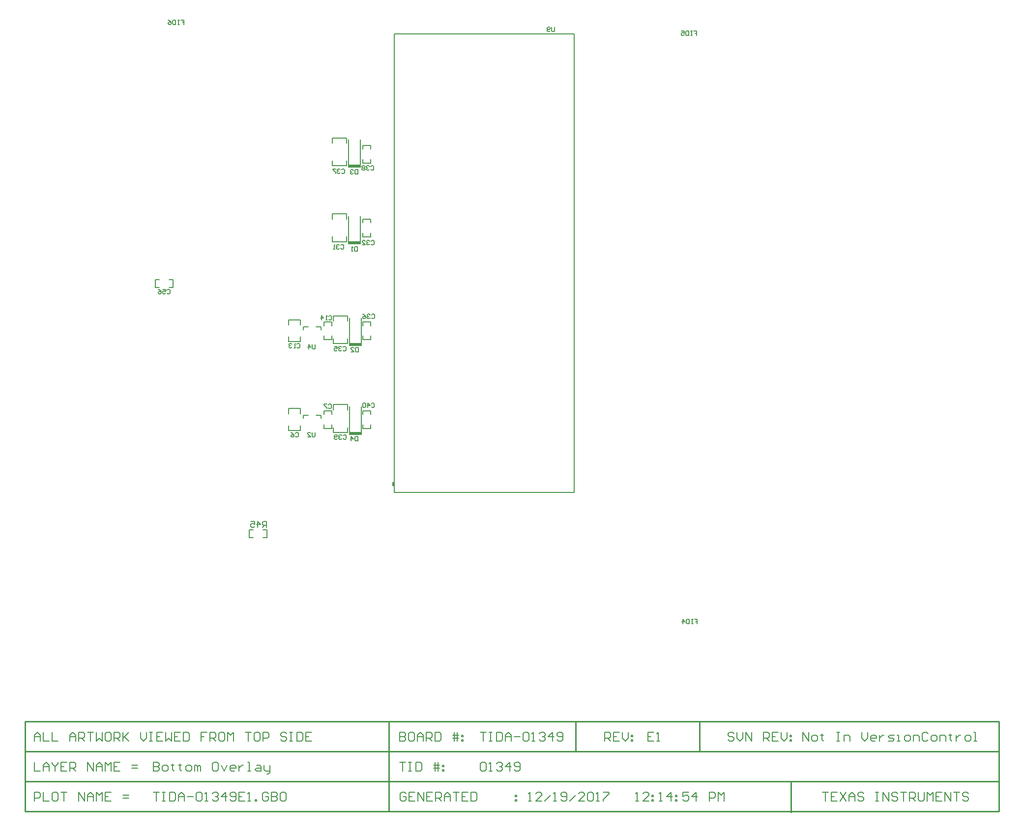
<source format=gbo>
G04 Layer_Color=9218505*
%FSAX25Y25*%
%MOIN*%
G70*
G01*
G75*
%ADD24C,0.01000*%
%ADD31C,0.00800*%
%ADD48C,0.00700*%
%ADD52C,0.00787*%
%ADD53C,0.00600*%
%ADD92R,0.08600X0.02000*%
%ADD93R,0.01575X0.02756*%
G54D24*
X0559400Y0039400D02*
Y0059683D01*
X0440500Y0040050D02*
X0700200D01*
Y0101050D01*
X0286500Y0040050D02*
Y0101050D01*
X0040000Y0040050D02*
Y0101050D01*
X0040050Y0040050D02*
X0197600D01*
X0040050D02*
Y0101050D01*
Y0101050D02*
X0700200D01*
X0040000Y0040050D02*
X0440500D01*
X0040000Y0060383D02*
X0700000D01*
X0040000Y0080717D02*
X0700200D01*
X0413200D02*
Y0101050D01*
X0497200Y0080717D02*
Y0101050D01*
G54D31*
X0126900Y0073549D02*
Y0067551D01*
X0129899D01*
X0130899Y0068550D01*
Y0069550D01*
X0129899Y0070550D01*
X0126900D01*
X0129899D01*
X0130899Y0071549D01*
Y0072549D01*
X0129899Y0073549D01*
X0126900D01*
X0133898Y0067551D02*
X0135897D01*
X0136897Y0068550D01*
Y0070550D01*
X0135897Y0071549D01*
X0133898D01*
X0132898Y0070550D01*
Y0068550D01*
X0133898Y0067551D01*
X0139896Y0072549D02*
Y0071549D01*
X0138896D01*
X0140895D01*
X0139896D01*
Y0068550D01*
X0140895Y0067551D01*
X0144894Y0072549D02*
Y0071549D01*
X0143895D01*
X0145894D01*
X0144894D01*
Y0068550D01*
X0145894Y0067551D01*
X0149893D02*
X0151892D01*
X0152892Y0068550D01*
Y0070550D01*
X0151892Y0071549D01*
X0149893D01*
X0148893Y0070550D01*
Y0068550D01*
X0149893Y0067551D01*
X0154891D02*
Y0071549D01*
X0155891D01*
X0156890Y0070550D01*
Y0067551D01*
Y0070550D01*
X0157890Y0071549D01*
X0158890Y0070550D01*
Y0067551D01*
X0169886Y0073549D02*
X0167887D01*
X0166887Y0072549D01*
Y0068550D01*
X0167887Y0067551D01*
X0169886D01*
X0170886Y0068550D01*
Y0072549D01*
X0169886Y0073549D01*
X0172885Y0071549D02*
X0174884Y0067551D01*
X0176884Y0071549D01*
X0181882Y0067551D02*
X0179883D01*
X0178883Y0068550D01*
Y0070550D01*
X0179883Y0071549D01*
X0181882D01*
X0182882Y0070550D01*
Y0069550D01*
X0178883D01*
X0184881Y0071549D02*
Y0067551D01*
Y0069550D01*
X0185881Y0070550D01*
X0186881Y0071549D01*
X0187880D01*
X0190879Y0067551D02*
X0192879D01*
X0191879D01*
Y0073549D01*
X0190879D01*
X0196877Y0071549D02*
X0198877D01*
X0199876Y0070550D01*
Y0067551D01*
X0196877D01*
X0195878Y0068550D01*
X0196877Y0069550D01*
X0199876D01*
X0201876Y0071549D02*
Y0068550D01*
X0202875Y0067551D01*
X0205874D01*
Y0066551D01*
X0204875Y0065551D01*
X0203875D01*
X0205874Y0067551D02*
Y0071549D01*
X0348550Y0072498D02*
X0349550Y0073498D01*
X0351549D01*
X0352549Y0072498D01*
Y0068500D01*
X0351549Y0067500D01*
X0349550D01*
X0348550Y0068500D01*
Y0072498D01*
X0354548Y0067500D02*
X0356547D01*
X0355548D01*
Y0073498D01*
X0354548Y0072498D01*
X0359546D02*
X0360546Y0073498D01*
X0362545D01*
X0363545Y0072498D01*
Y0071499D01*
X0362545Y0070499D01*
X0361546D01*
X0362545D01*
X0363545Y0069499D01*
Y0068500D01*
X0362545Y0067500D01*
X0360546D01*
X0359546Y0068500D01*
X0368544Y0067500D02*
Y0073498D01*
X0365545Y0070499D01*
X0369543D01*
X0371543Y0068500D02*
X0372542Y0067500D01*
X0374542D01*
X0375541Y0068500D01*
Y0072498D01*
X0374542Y0073498D01*
X0372542D01*
X0371543Y0072498D01*
Y0071499D01*
X0372542Y0070499D01*
X0375541D01*
X0294000Y0073498D02*
X0297999D01*
X0295999D01*
Y0067500D01*
X0299998Y0073498D02*
X0301997D01*
X0300998D01*
Y0067500D01*
X0299998D01*
X0301997D01*
X0304996Y0073498D02*
Y0067500D01*
X0307996D01*
X0308995Y0068500D01*
Y0072498D01*
X0307996Y0073498D01*
X0304996D01*
X0317992Y0067500D02*
Y0073498D01*
X0319992D02*
Y0067500D01*
X0316993Y0071499D02*
X0319992D01*
X0320991D01*
X0316993Y0069499D02*
X0320991D01*
X0322991Y0071499D02*
X0323990D01*
Y0070499D01*
X0322991D01*
Y0071499D01*
Y0068500D02*
X0323990D01*
Y0067500D01*
X0322991D01*
Y0068500D01*
X0580500Y0052965D02*
X0584499D01*
X0582499D01*
Y0046966D01*
X0590497Y0052965D02*
X0586498D01*
Y0046966D01*
X0590497D01*
X0586498Y0049966D02*
X0588497D01*
X0592496Y0052965D02*
X0596495Y0046966D01*
Y0052965D02*
X0592496Y0046966D01*
X0598494D02*
Y0050965D01*
X0600493Y0052965D01*
X0602493Y0050965D01*
Y0046966D01*
Y0049966D01*
X0598494D01*
X0608491Y0051965D02*
X0607491Y0052965D01*
X0605492D01*
X0604492Y0051965D01*
Y0050965D01*
X0605492Y0049966D01*
X0607491D01*
X0608491Y0048966D01*
Y0047966D01*
X0607491Y0046966D01*
X0605492D01*
X0604492Y0047966D01*
X0616488Y0052965D02*
X0618488D01*
X0617488D01*
Y0046966D01*
X0616488D01*
X0618488D01*
X0621487D02*
Y0052965D01*
X0625486Y0046966D01*
Y0052965D01*
X0631484Y0051965D02*
X0630484Y0052965D01*
X0628484D01*
X0627485Y0051965D01*
Y0050965D01*
X0628484Y0049966D01*
X0630484D01*
X0631484Y0048966D01*
Y0047966D01*
X0630484Y0046966D01*
X0628484D01*
X0627485Y0047966D01*
X0633483Y0052965D02*
X0637482D01*
X0635482D01*
Y0046966D01*
X0639481D02*
Y0052965D01*
X0642480D01*
X0643480Y0051965D01*
Y0049966D01*
X0642480Y0048966D01*
X0639481D01*
X0641480D02*
X0643480Y0046966D01*
X0645479Y0052965D02*
Y0047966D01*
X0646479Y0046966D01*
X0648478D01*
X0649478Y0047966D01*
Y0052965D01*
X0651477Y0046966D02*
Y0052965D01*
X0653476Y0050965D01*
X0655476Y0052965D01*
Y0046966D01*
X0661474Y0052965D02*
X0657475D01*
Y0046966D01*
X0661474D01*
X0657475Y0049966D02*
X0659474D01*
X0663473Y0046966D02*
Y0052965D01*
X0667472Y0046966D01*
Y0052965D01*
X0669471D02*
X0673470D01*
X0671471D01*
Y0046966D01*
X0679468Y0051965D02*
X0678468Y0052965D01*
X0676469D01*
X0675469Y0051965D01*
Y0050965D01*
X0676469Y0049966D01*
X0678468D01*
X0679468Y0048966D01*
Y0047966D01*
X0678468Y0046966D01*
X0676469D01*
X0675469Y0047966D01*
X0454050Y0046966D02*
X0456049D01*
X0455050D01*
Y0052965D01*
X0454050Y0051965D01*
X0463047Y0046966D02*
X0459048D01*
X0463047Y0050965D01*
Y0051965D01*
X0462047Y0052965D01*
X0460048D01*
X0459048Y0051965D01*
X0465046Y0050965D02*
X0466046D01*
Y0049966D01*
X0465046D01*
Y0050965D01*
Y0047966D02*
X0466046D01*
Y0046966D01*
X0465046D01*
Y0047966D01*
X0470045Y0046966D02*
X0472044D01*
X0471044D01*
Y0052965D01*
X0470045Y0051965D01*
X0478042Y0046966D02*
Y0052965D01*
X0475043Y0049966D01*
X0479042D01*
X0481041Y0050965D02*
X0482041D01*
Y0049966D01*
X0481041D01*
Y0050965D01*
Y0047966D02*
X0482041D01*
Y0046966D01*
X0481041D01*
Y0047966D01*
X0490038Y0052965D02*
X0486040D01*
Y0049966D01*
X0488039Y0050965D01*
X0489039D01*
X0490038Y0049966D01*
Y0047966D01*
X0489039Y0046966D01*
X0487039D01*
X0486040Y0047966D01*
X0495037Y0046966D02*
Y0052965D01*
X0492038Y0049966D01*
X0496036D01*
X0504034Y0046966D02*
Y0052965D01*
X0507033D01*
X0508033Y0051965D01*
Y0049966D01*
X0507033Y0048966D01*
X0504034D01*
X0510032Y0046966D02*
Y0052965D01*
X0512031Y0050965D01*
X0514031Y0052965D01*
Y0046966D01*
X0046350D02*
Y0052965D01*
X0049349D01*
X0050349Y0051965D01*
Y0049966D01*
X0049349Y0048966D01*
X0046350D01*
X0052348Y0052965D02*
Y0046966D01*
X0056347D01*
X0061345Y0052965D02*
X0059346D01*
X0058346Y0051965D01*
Y0047966D01*
X0059346Y0046966D01*
X0061345D01*
X0062345Y0047966D01*
Y0051965D01*
X0061345Y0052965D01*
X0064344D02*
X0068343D01*
X0066343D01*
Y0046966D01*
X0076340D02*
Y0052965D01*
X0080339Y0046966D01*
Y0052965D01*
X0082338Y0046966D02*
Y0050965D01*
X0084338Y0052965D01*
X0086337Y0050965D01*
Y0046966D01*
Y0049966D01*
X0082338D01*
X0088336Y0046966D02*
Y0052965D01*
X0090336Y0050965D01*
X0092335Y0052965D01*
Y0046966D01*
X0098333Y0052965D02*
X0094335D01*
Y0046966D01*
X0098333D01*
X0094335Y0049966D02*
X0096334D01*
X0106331Y0048966D02*
X0110329D01*
X0106331Y0050965D02*
X0110329D01*
X0046350Y0073549D02*
Y0067551D01*
X0050349D01*
X0052348D02*
Y0071549D01*
X0054347Y0073549D01*
X0056347Y0071549D01*
Y0067551D01*
Y0070550D01*
X0052348D01*
X0058346Y0073549D02*
Y0072549D01*
X0060346Y0070550D01*
X0062345Y0072549D01*
Y0073549D01*
X0060346Y0070550D02*
Y0067551D01*
X0068343Y0073549D02*
X0064344D01*
Y0067551D01*
X0068343D01*
X0064344Y0070550D02*
X0066343D01*
X0070342Y0067551D02*
Y0073549D01*
X0073341D01*
X0074341Y0072549D01*
Y0070550D01*
X0073341Y0069550D01*
X0070342D01*
X0072342D02*
X0074341Y0067551D01*
X0082338D02*
Y0073549D01*
X0086337Y0067551D01*
Y0073549D01*
X0088336Y0067551D02*
Y0071549D01*
X0090336Y0073549D01*
X0092335Y0071549D01*
Y0067551D01*
Y0070550D01*
X0088336D01*
X0094335Y0067551D02*
Y0073549D01*
X0096334Y0071549D01*
X0098333Y0073549D01*
Y0067551D01*
X0104331Y0073549D02*
X0100332D01*
Y0067551D01*
X0104331D01*
X0100332Y0070550D02*
X0102332D01*
X0112329Y0069550D02*
X0116327D01*
X0112329Y0071549D02*
X0116327D01*
X0294000Y0093831D02*
Y0087833D01*
X0296999D01*
X0297999Y0088833D01*
Y0089833D01*
X0296999Y0090832D01*
X0294000D01*
X0296999D01*
X0297999Y0091832D01*
Y0092832D01*
X0296999Y0093831D01*
X0294000D01*
X0302997D02*
X0300998D01*
X0299998Y0092832D01*
Y0088833D01*
X0300998Y0087833D01*
X0302997D01*
X0303997Y0088833D01*
Y0092832D01*
X0302997Y0093831D01*
X0305996Y0087833D02*
Y0091832D01*
X0307996Y0093831D01*
X0309995Y0091832D01*
Y0087833D01*
Y0090832D01*
X0305996D01*
X0311994Y0087833D02*
Y0093831D01*
X0314993D01*
X0315993Y0092832D01*
Y0090832D01*
X0314993Y0089833D01*
X0311994D01*
X0313994D02*
X0315993Y0087833D01*
X0317992Y0093831D02*
Y0087833D01*
X0320991D01*
X0321991Y0088833D01*
Y0092832D01*
X0320991Y0093831D01*
X0317992D01*
X0330988Y0087833D02*
Y0093831D01*
X0332987D02*
Y0087833D01*
X0329988Y0091832D02*
X0332987D01*
X0333987D01*
X0329988Y0089833D02*
X0333987D01*
X0335986Y0091832D02*
X0336986D01*
Y0090832D01*
X0335986D01*
Y0091832D01*
Y0088833D02*
X0336986D01*
Y0087833D01*
X0335986D01*
Y0088833D01*
X0348550Y0093831D02*
X0352549D01*
X0350549D01*
Y0087833D01*
X0354548Y0093831D02*
X0356547D01*
X0355548D01*
Y0087833D01*
X0354548D01*
X0356547D01*
X0359546Y0093831D02*
Y0087833D01*
X0362545D01*
X0363545Y0088833D01*
Y0092832D01*
X0362545Y0093831D01*
X0359546D01*
X0365545Y0087833D02*
Y0091832D01*
X0367544Y0093831D01*
X0369543Y0091832D01*
Y0087833D01*
Y0090832D01*
X0365545D01*
X0371543D02*
X0375541D01*
X0377541Y0092832D02*
X0378540Y0093831D01*
X0380540D01*
X0381539Y0092832D01*
Y0088833D01*
X0380540Y0087833D01*
X0378540D01*
X0377541Y0088833D01*
Y0092832D01*
X0383539Y0087833D02*
X0385538D01*
X0384538D01*
Y0093831D01*
X0383539Y0092832D01*
X0388537D02*
X0389537Y0093831D01*
X0391536D01*
X0392536Y0092832D01*
Y0091832D01*
X0391536Y0090832D01*
X0390536D01*
X0391536D01*
X0392536Y0089833D01*
Y0088833D01*
X0391536Y0087833D01*
X0389537D01*
X0388537Y0088833D01*
X0397534Y0087833D02*
Y0093831D01*
X0394535Y0090832D01*
X0398534D01*
X0400533Y0088833D02*
X0401533Y0087833D01*
X0403532D01*
X0404532Y0088833D01*
Y0092832D01*
X0403532Y0093831D01*
X0401533D01*
X0400533Y0092832D01*
Y0091832D01*
X0401533Y0090832D01*
X0404532D01*
X0466149Y0093831D02*
X0462150D01*
Y0087833D01*
X0466149D01*
X0462150Y0090832D02*
X0464149D01*
X0468148Y0087833D02*
X0470147D01*
X0469148D01*
Y0093831D01*
X0468148Y0092832D01*
X0046350Y0087833D02*
Y0091832D01*
X0048349Y0093831D01*
X0050349Y0091832D01*
Y0087833D01*
Y0090832D01*
X0046350D01*
X0052348Y0093831D02*
Y0087833D01*
X0056347D01*
X0058346Y0093831D02*
Y0087833D01*
X0062345D01*
X0070342D02*
Y0091832D01*
X0072342Y0093831D01*
X0074341Y0091832D01*
Y0087833D01*
Y0090832D01*
X0070342D01*
X0076340Y0087833D02*
Y0093831D01*
X0079339D01*
X0080339Y0092832D01*
Y0090832D01*
X0079339Y0089833D01*
X0076340D01*
X0078340D02*
X0080339Y0087833D01*
X0082338Y0093831D02*
X0086337D01*
X0084338D01*
Y0087833D01*
X0088336Y0093831D02*
Y0087833D01*
X0090336Y0089833D01*
X0092335Y0087833D01*
Y0093831D01*
X0097334D02*
X0095334D01*
X0094335Y0092832D01*
Y0088833D01*
X0095334Y0087833D01*
X0097334D01*
X0098333Y0088833D01*
Y0092832D01*
X0097334Y0093831D01*
X0100332Y0087833D02*
Y0093831D01*
X0103332D01*
X0104331Y0092832D01*
Y0090832D01*
X0103332Y0089833D01*
X0100332D01*
X0102332D02*
X0104331Y0087833D01*
X0106331Y0093831D02*
Y0087833D01*
Y0089833D01*
X0110329Y0093831D01*
X0107330Y0090832D01*
X0110329Y0087833D01*
X0118327Y0093831D02*
Y0089833D01*
X0120326Y0087833D01*
X0122325Y0089833D01*
Y0093831D01*
X0124325D02*
X0126324D01*
X0125324D01*
Y0087833D01*
X0124325D01*
X0126324D01*
X0133322Y0093831D02*
X0129323D01*
Y0087833D01*
X0133322D01*
X0129323Y0090832D02*
X0131323D01*
X0135321Y0093831D02*
Y0087833D01*
X0137321Y0089833D01*
X0139320Y0087833D01*
Y0093831D01*
X0145318D02*
X0141319D01*
Y0087833D01*
X0145318D01*
X0141319Y0090832D02*
X0143319D01*
X0147317Y0093831D02*
Y0087833D01*
X0150316D01*
X0151316Y0088833D01*
Y0092832D01*
X0150316Y0093831D01*
X0147317D01*
X0163312D02*
X0159313D01*
Y0090832D01*
X0161313D01*
X0159313D01*
Y0087833D01*
X0165312D02*
Y0093831D01*
X0168310D01*
X0169310Y0092832D01*
Y0090832D01*
X0168310Y0089833D01*
X0165312D01*
X0167311D02*
X0169310Y0087833D01*
X0174309Y0093831D02*
X0172309D01*
X0171310Y0092832D01*
Y0088833D01*
X0172309Y0087833D01*
X0174309D01*
X0175308Y0088833D01*
Y0092832D01*
X0174309Y0093831D01*
X0177308Y0087833D02*
Y0093831D01*
X0179307Y0091832D01*
X0181306Y0093831D01*
Y0087833D01*
X0189304Y0093831D02*
X0193303D01*
X0191303D01*
Y0087833D01*
X0198301Y0093831D02*
X0196301D01*
X0195302Y0092832D01*
Y0088833D01*
X0196301Y0087833D01*
X0198301D01*
X0199301Y0088833D01*
Y0092832D01*
X0198301Y0093831D01*
X0201300Y0087833D02*
Y0093831D01*
X0204299D01*
X0205299Y0092832D01*
Y0090832D01*
X0204299Y0089833D01*
X0201300D01*
X0217295Y0092832D02*
X0216295Y0093831D01*
X0214296D01*
X0213296Y0092832D01*
Y0091832D01*
X0214296Y0090832D01*
X0216295D01*
X0217295Y0089833D01*
Y0088833D01*
X0216295Y0087833D01*
X0214296D01*
X0213296Y0088833D01*
X0219294Y0093831D02*
X0221293D01*
X0220294D01*
Y0087833D01*
X0219294D01*
X0221293D01*
X0224292Y0093831D02*
Y0087833D01*
X0227291D01*
X0228291Y0088833D01*
Y0092832D01*
X0227291Y0093831D01*
X0224292D01*
X0234289D02*
X0230291D01*
Y0087833D01*
X0234289D01*
X0230291Y0090832D02*
X0232290D01*
X0298199Y0051965D02*
X0297199Y0052965D01*
X0295200D01*
X0294200Y0051965D01*
Y0047966D01*
X0295200Y0046966D01*
X0297199D01*
X0298199Y0047966D01*
Y0049966D01*
X0296199D01*
X0304197Y0052965D02*
X0300198D01*
Y0046966D01*
X0304197D01*
X0300198Y0049966D02*
X0302197D01*
X0306196Y0046966D02*
Y0052965D01*
X0310195Y0046966D01*
Y0052965D01*
X0316193D02*
X0312194D01*
Y0046966D01*
X0316193D01*
X0312194Y0049966D02*
X0314194D01*
X0318192Y0046966D02*
Y0052965D01*
X0321191D01*
X0322191Y0051965D01*
Y0049966D01*
X0321191Y0048966D01*
X0318192D01*
X0320192D02*
X0322191Y0046966D01*
X0324190D02*
Y0050965D01*
X0326190Y0052965D01*
X0328189Y0050965D01*
Y0046966D01*
Y0049966D01*
X0324190D01*
X0330188Y0052965D02*
X0334187D01*
X0332188D01*
Y0046966D01*
X0340185Y0052965D02*
X0336186D01*
Y0046966D01*
X0340185D01*
X0336186Y0049966D02*
X0338186D01*
X0342184Y0052965D02*
Y0046966D01*
X0345183D01*
X0346183Y0047966D01*
Y0051965D01*
X0345183Y0052965D01*
X0342184D01*
X0372175Y0050965D02*
X0373175D01*
Y0049966D01*
X0372175D01*
Y0050965D01*
Y0047966D02*
X0373175D01*
Y0046966D01*
X0372175D01*
Y0047966D01*
X0381150Y0046966D02*
X0383149D01*
X0382150D01*
Y0052965D01*
X0381150Y0051965D01*
X0390147Y0046966D02*
X0386148D01*
X0390147Y0050965D01*
Y0051965D01*
X0389147Y0052965D01*
X0387148D01*
X0386148Y0051965D01*
X0392146Y0046966D02*
X0396145Y0050965D01*
X0398145Y0046966D02*
X0400144D01*
X0399144D01*
Y0052965D01*
X0398145Y0051965D01*
X0403143Y0047966D02*
X0404143Y0046966D01*
X0406142D01*
X0407142Y0047966D01*
Y0051965D01*
X0406142Y0052965D01*
X0404143D01*
X0403143Y0051965D01*
Y0050965D01*
X0404143Y0049966D01*
X0407142D01*
X0409141Y0046966D02*
X0413140Y0050965D01*
X0419138Y0046966D02*
X0415139D01*
X0419138Y0050965D01*
Y0051965D01*
X0418138Y0052965D01*
X0416139D01*
X0415139Y0051965D01*
X0421137D02*
X0422137Y0052965D01*
X0424136D01*
X0425136Y0051965D01*
Y0047966D01*
X0424136Y0046966D01*
X0422137D01*
X0421137Y0047966D01*
Y0051965D01*
X0427135Y0046966D02*
X0429135D01*
X0428135D01*
Y0052965D01*
X0427135Y0051965D01*
X0432133Y0052965D02*
X0436132D01*
Y0051965D01*
X0432133Y0047966D01*
Y0046966D01*
X0126900Y0052965D02*
X0130899D01*
X0128899D01*
Y0046966D01*
X0132898Y0052965D02*
X0134897D01*
X0133898D01*
Y0046966D01*
X0132898D01*
X0134897D01*
X0137896Y0052965D02*
Y0046966D01*
X0140895D01*
X0141895Y0047966D01*
Y0051965D01*
X0140895Y0052965D01*
X0137896D01*
X0143895Y0046966D02*
Y0050965D01*
X0145894Y0052965D01*
X0147893Y0050965D01*
Y0046966D01*
Y0049966D01*
X0143895D01*
X0149893D02*
X0153891D01*
X0155891Y0051965D02*
X0156890Y0052965D01*
X0158890D01*
X0159889Y0051965D01*
Y0047966D01*
X0158890Y0046966D01*
X0156890D01*
X0155891Y0047966D01*
Y0051965D01*
X0161889Y0046966D02*
X0163888D01*
X0162888D01*
Y0052965D01*
X0161889Y0051965D01*
X0166887D02*
X0167887Y0052965D01*
X0169886D01*
X0170886Y0051965D01*
Y0050965D01*
X0169886Y0049966D01*
X0168886D01*
X0169886D01*
X0170886Y0048966D01*
Y0047966D01*
X0169886Y0046966D01*
X0167887D01*
X0166887Y0047966D01*
X0175884Y0046966D02*
Y0052965D01*
X0172885Y0049966D01*
X0176884D01*
X0178883Y0047966D02*
X0179883Y0046966D01*
X0181882D01*
X0182882Y0047966D01*
Y0051965D01*
X0181882Y0052965D01*
X0179883D01*
X0178883Y0051965D01*
Y0050965D01*
X0179883Y0049966D01*
X0182882D01*
X0188880Y0052965D02*
X0184881D01*
Y0046966D01*
X0188880D01*
X0184881Y0049966D02*
X0186881D01*
X0190879Y0046966D02*
X0192879D01*
X0191879D01*
Y0052965D01*
X0190879Y0051965D01*
X0195878Y0046966D02*
Y0047966D01*
X0196877D01*
Y0046966D01*
X0195878D01*
X0204875Y0051965D02*
X0203875Y0052965D01*
X0201876D01*
X0200876Y0051965D01*
Y0047966D01*
X0201876Y0046966D01*
X0203875D01*
X0204875Y0047966D01*
Y0049966D01*
X0202875D01*
X0206874Y0052965D02*
Y0046966D01*
X0209873D01*
X0210873Y0047966D01*
Y0048966D01*
X0209873Y0049966D01*
X0206874D01*
X0209873D01*
X0210873Y0050965D01*
Y0051965D01*
X0209873Y0052965D01*
X0206874D01*
X0215871D02*
X0213872D01*
X0212872Y0051965D01*
Y0047966D01*
X0213872Y0046966D01*
X0215871D01*
X0216871Y0047966D01*
Y0051965D01*
X0215871Y0052965D01*
X0433000Y0087833D02*
Y0093831D01*
X0435999D01*
X0436999Y0092832D01*
Y0090832D01*
X0435999Y0089833D01*
X0433000D01*
X0434999D02*
X0436999Y0087833D01*
X0442997Y0093831D02*
X0438998D01*
Y0087833D01*
X0442997D01*
X0438998Y0090832D02*
X0440997D01*
X0444996Y0093831D02*
Y0089833D01*
X0446995Y0087833D01*
X0448995Y0089833D01*
Y0093831D01*
X0450994Y0091832D02*
X0451994D01*
Y0090832D01*
X0450994D01*
Y0091832D01*
Y0088833D02*
X0451994D01*
Y0087833D01*
X0450994D01*
Y0088833D01*
X0520799Y0092832D02*
X0519799Y0093831D01*
X0517800D01*
X0516800Y0092832D01*
Y0091832D01*
X0517800Y0090832D01*
X0519799D01*
X0520799Y0089833D01*
Y0088833D01*
X0519799Y0087833D01*
X0517800D01*
X0516800Y0088833D01*
X0522798Y0093831D02*
Y0089833D01*
X0524797Y0087833D01*
X0526797Y0089833D01*
Y0093831D01*
X0528796Y0087833D02*
Y0093831D01*
X0532795Y0087833D01*
Y0093831D01*
X0540792Y0087833D02*
Y0093831D01*
X0543791D01*
X0544791Y0092832D01*
Y0090832D01*
X0543791Y0089833D01*
X0540792D01*
X0542792D02*
X0544791Y0087833D01*
X0550789Y0093831D02*
X0546790D01*
Y0087833D01*
X0550789D01*
X0546790Y0090832D02*
X0548790D01*
X0552788Y0093831D02*
Y0089833D01*
X0554788Y0087833D01*
X0556787Y0089833D01*
Y0093831D01*
X0558786Y0091832D02*
X0559786D01*
Y0090832D01*
X0558786D01*
Y0091832D01*
Y0088833D02*
X0559786D01*
Y0087833D01*
X0558786D01*
Y0088833D01*
X0567400Y0087833D02*
Y0093831D01*
X0571399Y0087833D01*
Y0093831D01*
X0574398Y0087833D02*
X0576397D01*
X0577397Y0088833D01*
Y0090832D01*
X0576397Y0091832D01*
X0574398D01*
X0573398Y0090832D01*
Y0088833D01*
X0574398Y0087833D01*
X0580396Y0092832D02*
Y0091832D01*
X0579396D01*
X0581395D01*
X0580396D01*
Y0088833D01*
X0581395Y0087833D01*
X0590393Y0093831D02*
X0592392D01*
X0591392D01*
Y0087833D01*
X0590393D01*
X0592392D01*
X0595391D02*
Y0091832D01*
X0598390D01*
X0599390Y0090832D01*
Y0087833D01*
X0607387Y0093831D02*
Y0089833D01*
X0609386Y0087833D01*
X0611386Y0089833D01*
Y0093831D01*
X0616384Y0087833D02*
X0614385D01*
X0613385Y0088833D01*
Y0090832D01*
X0614385Y0091832D01*
X0616384D01*
X0617384Y0090832D01*
Y0089833D01*
X0613385D01*
X0619383Y0091832D02*
Y0087833D01*
Y0089833D01*
X0620383Y0090832D01*
X0621383Y0091832D01*
X0622382D01*
X0625381Y0087833D02*
X0628380D01*
X0629380Y0088833D01*
X0628380Y0089833D01*
X0626381D01*
X0625381Y0090832D01*
X0626381Y0091832D01*
X0629380D01*
X0631379Y0087833D02*
X0633379D01*
X0632379D01*
Y0091832D01*
X0631379D01*
X0637377Y0087833D02*
X0639377D01*
X0640376Y0088833D01*
Y0090832D01*
X0639377Y0091832D01*
X0637377D01*
X0636378Y0090832D01*
Y0088833D01*
X0637377Y0087833D01*
X0642376D02*
Y0091832D01*
X0645375D01*
X0646374Y0090832D01*
Y0087833D01*
X0652373Y0092832D02*
X0651373Y0093831D01*
X0649373D01*
X0648374Y0092832D01*
Y0088833D01*
X0649373Y0087833D01*
X0651373D01*
X0652373Y0088833D01*
X0655372Y0087833D02*
X0657371D01*
X0658371Y0088833D01*
Y0090832D01*
X0657371Y0091832D01*
X0655372D01*
X0654372Y0090832D01*
Y0088833D01*
X0655372Y0087833D01*
X0660370D02*
Y0091832D01*
X0663369D01*
X0664369Y0090832D01*
Y0087833D01*
X0667368Y0092832D02*
Y0091832D01*
X0666368D01*
X0668367D01*
X0667368D01*
Y0088833D01*
X0668367Y0087833D01*
X0671366Y0091832D02*
Y0087833D01*
Y0089833D01*
X0672366Y0090832D01*
X0673366Y0091832D01*
X0674365D01*
X0678364Y0087833D02*
X0680364D01*
X0681363Y0088833D01*
Y0090832D01*
X0680364Y0091832D01*
X0678364D01*
X0677364Y0090832D01*
Y0088833D01*
X0678364Y0087833D01*
X0683362D02*
X0685362D01*
X0684362D01*
Y0093831D01*
X0683362D01*
G54D48*
X0128232Y0400796D02*
X0130830D01*
X0128232Y0395349D02*
Y0400796D01*
Y0395349D02*
X0130830D01*
X0137630D02*
X0140228D01*
Y0400796D01*
X0137630D02*
X0140228D01*
X0191903Y0225673D02*
X0194501D01*
X0191903D02*
Y0231120D01*
X0194501D01*
X0201301D02*
X0203899D01*
Y0225673D02*
Y0231120D01*
X0201301Y0225673D02*
X0203899D01*
X0218700Y0309900D02*
Y0313300D01*
X0222700D01*
X0226700D01*
Y0309900D02*
Y0313300D01*
Y0298500D02*
Y0301900D01*
X0222700Y0298500D02*
X0226700D01*
X0218700D02*
X0222700D01*
X0218700D02*
Y0301900D01*
X0242473Y0309300D02*
Y0311898D01*
X0247920D01*
Y0309300D02*
Y0311898D01*
Y0299902D02*
Y0302500D01*
X0242473Y0299902D02*
X0247920D01*
X0242473D02*
Y0302500D01*
X0249036Y0312405D02*
Y0315949D01*
X0258564D01*
Y0312405D02*
Y0315949D01*
Y0297051D02*
Y0300594D01*
X0249036Y0297051D02*
X0258564D01*
X0249036D02*
Y0300594D01*
X0274427Y0299902D02*
Y0302500D01*
X0268980Y0299902D02*
X0274427D01*
X0268980D02*
Y0302500D01*
Y0309300D02*
Y0311898D01*
X0274427D01*
Y0309300D02*
Y0311898D01*
X0242473Y0369568D02*
Y0372167D01*
X0247920D01*
Y0369568D02*
Y0372167D01*
Y0360170D02*
Y0362769D01*
X0242473Y0360170D02*
X0247920D01*
X0242473D02*
Y0362769D01*
X0249036Y0372674D02*
Y0376217D01*
X0258564D01*
Y0372674D02*
Y0376217D01*
Y0357320D02*
Y0360863D01*
X0249036Y0357320D02*
X0258564D01*
X0249036D02*
Y0360863D01*
X0259950Y0356368D02*
Y0374894D01*
X0267850Y0356368D02*
Y0374894D01*
X0274427Y0360170D02*
Y0362769D01*
X0268980Y0360170D02*
X0274427D01*
X0268980D02*
Y0362769D01*
Y0369568D02*
Y0372167D01*
X0274427D01*
Y0369568D02*
Y0372167D01*
X0248436Y0441806D02*
Y0445349D01*
X0257964D01*
Y0441806D02*
Y0445349D01*
Y0426451D02*
Y0429994D01*
X0248436Y0426451D02*
X0257964D01*
X0248436D02*
Y0429994D01*
X0259250Y0425300D02*
Y0443825D01*
X0267150Y0425300D02*
Y0443825D01*
X0274427Y0429902D02*
Y0432500D01*
X0268980Y0429902D02*
X0274427D01*
X0268980D02*
Y0432500D01*
Y0439300D02*
Y0441898D01*
X0274427D01*
Y0439300D02*
Y0441898D01*
X0248436Y0493305D02*
Y0496849D01*
X0257964D01*
Y0493305D02*
Y0496849D01*
Y0477951D02*
Y0481495D01*
X0248436Y0477951D02*
X0257964D01*
X0248436D02*
Y0481495D01*
X0259250Y0477300D02*
Y0495825D01*
X0267150Y0477300D02*
Y0495825D01*
X0274427Y0479902D02*
Y0482500D01*
X0268980Y0479902D02*
X0274427D01*
X0268980D02*
Y0482500D01*
Y0489300D02*
Y0491898D01*
X0274427D01*
Y0489300D02*
Y0491898D01*
X0259950Y0296100D02*
Y0314625D01*
X0267850Y0296100D02*
Y0314625D01*
X0218700Y0370168D02*
Y0373569D01*
X0222700D01*
X0226700D01*
Y0370168D02*
Y0373569D01*
Y0358769D02*
Y0362169D01*
X0222700Y0358769D02*
X0226700D01*
X0218700D02*
X0222700D01*
X0218700D02*
Y0362169D01*
X0203600Y0232700D02*
Y0236699D01*
X0201601D01*
X0200934Y0236032D01*
Y0234699D01*
X0201601Y0234033D01*
X0203600D01*
X0202267D02*
X0200934Y0232700D01*
X0197602D02*
Y0236699D01*
X0199601Y0234699D01*
X0196935D01*
X0192937Y0236699D02*
X0195603D01*
Y0234699D01*
X0194270Y0235366D01*
X0193603D01*
X0192937Y0234699D01*
Y0233366D01*
X0193603Y0232700D01*
X0194936D01*
X0195603Y0233366D01*
G54D52*
X0240605Y0306687D02*
Y0308656D01*
X0237456D02*
X0240605D01*
X0228795Y0306687D02*
Y0308656D01*
X0231944D01*
X0240605Y0366756D02*
Y0368724D01*
X0237456D02*
X0240605D01*
X0228795Y0366756D02*
Y0368724D01*
X0231944D01*
X0412330Y0256569D02*
Y0567593D01*
X0290283Y0256569D02*
Y0567593D01*
X0412330D01*
X0290283Y0256569D02*
X0412330D01*
G54D53*
X0236700Y0356699D02*
Y0354200D01*
X0236200Y0353700D01*
X0235201D01*
X0234701Y0354200D01*
Y0356699D01*
X0232202Y0353700D02*
Y0356699D01*
X0233701Y0355200D01*
X0231702D01*
X0236600Y0297199D02*
Y0294700D01*
X0236100Y0294200D01*
X0235101D01*
X0234601Y0294700D01*
Y0297199D01*
X0231602Y0294200D02*
X0233601D01*
X0231602Y0296199D01*
Y0296699D01*
X0232101Y0297199D01*
X0233101D01*
X0233601Y0296699D01*
X0145469Y0576899D02*
X0147468D01*
Y0575399D01*
X0146469D01*
X0147468D01*
Y0573900D01*
X0144469Y0576899D02*
X0143470D01*
X0143970D01*
Y0573900D01*
X0144469D01*
X0143470D01*
X0141970Y0576899D02*
Y0573900D01*
X0140471D01*
X0139971Y0574400D01*
Y0576399D01*
X0140471Y0576899D01*
X0141970D01*
X0136972D02*
X0137972Y0576399D01*
X0138971Y0575399D01*
Y0574400D01*
X0138471Y0573900D01*
X0137472D01*
X0136972Y0574400D01*
Y0574900D01*
X0137472Y0575399D01*
X0138971D01*
X0493301Y0569399D02*
X0495300D01*
Y0567900D01*
X0494300D01*
X0495300D01*
Y0566400D01*
X0492301Y0569399D02*
X0491301D01*
X0491801D01*
Y0566400D01*
X0492301D01*
X0491301D01*
X0489802Y0569399D02*
Y0566400D01*
X0488302D01*
X0487802Y0566900D01*
Y0568899D01*
X0488302Y0569399D01*
X0489802D01*
X0484803D02*
X0486803D01*
Y0567900D01*
X0485803Y0568399D01*
X0485303D01*
X0484803Y0567900D01*
Y0566900D01*
X0485303Y0566400D01*
X0486303D01*
X0486803Y0566900D01*
X0493801Y0170399D02*
X0495800D01*
Y0168900D01*
X0494800D01*
X0495800D01*
Y0167400D01*
X0492801Y0170399D02*
X0491801D01*
X0492301D01*
Y0167400D01*
X0492801D01*
X0491801D01*
X0490302Y0170399D02*
Y0167400D01*
X0488802D01*
X0488302Y0167900D01*
Y0169899D01*
X0488802Y0170399D01*
X0490302D01*
X0485803Y0167400D02*
Y0170399D01*
X0487303Y0168900D01*
X0485303D01*
X0265600Y0294399D02*
Y0291400D01*
X0264101D01*
X0263601Y0291900D01*
Y0293899D01*
X0264101Y0294399D01*
X0265600D01*
X0261102Y0291400D02*
Y0294399D01*
X0262601Y0292899D01*
X0260602D01*
X0265500Y0475299D02*
Y0472300D01*
X0264001D01*
X0263501Y0472800D01*
Y0474799D01*
X0264001Y0475299D01*
X0265500D01*
X0262501Y0474799D02*
X0262001Y0475299D01*
X0261001D01*
X0260502Y0474799D01*
Y0474299D01*
X0261001Y0473800D01*
X0261501D01*
X0261001D01*
X0260502Y0473300D01*
Y0472800D01*
X0261001Y0472300D01*
X0262001D01*
X0262501Y0472800D01*
X0265900Y0354899D02*
Y0351900D01*
X0264401D01*
X0263901Y0352400D01*
Y0354399D01*
X0264401Y0354899D01*
X0265900D01*
X0260902Y0351900D02*
X0262901D01*
X0260902Y0353899D01*
Y0354399D01*
X0261402Y0354899D01*
X0262401D01*
X0262901Y0354399D01*
X0265200Y0423099D02*
Y0420100D01*
X0263701D01*
X0263201Y0420600D01*
Y0422599D01*
X0263701Y0423099D01*
X0265200D01*
X0262201Y0420100D02*
X0261201D01*
X0261701D01*
Y0423099D01*
X0262201Y0422599D01*
X0274801Y0316599D02*
X0275301Y0317099D01*
X0276300D01*
X0276800Y0316599D01*
Y0314600D01*
X0276300Y0314100D01*
X0275301D01*
X0274801Y0314600D01*
X0272302Y0314100D02*
Y0317099D01*
X0273801Y0315599D01*
X0271802D01*
X0270802Y0316599D02*
X0270302Y0317099D01*
X0269302D01*
X0268803Y0316599D01*
Y0314600D01*
X0269302Y0314100D01*
X0270302D01*
X0270802Y0314600D01*
Y0316599D01*
X0255701Y0295099D02*
X0256201Y0295599D01*
X0257200D01*
X0257700Y0295099D01*
Y0293100D01*
X0257200Y0292600D01*
X0256201D01*
X0255701Y0293100D01*
X0254701Y0295099D02*
X0254201Y0295599D01*
X0253202D01*
X0252702Y0295099D01*
Y0294599D01*
X0253202Y0294099D01*
X0253701D01*
X0253202D01*
X0252702Y0293600D01*
Y0293100D01*
X0253202Y0292600D01*
X0254201D01*
X0254701Y0293100D01*
X0251702D02*
X0251202Y0292600D01*
X0250202D01*
X0249703Y0293100D01*
Y0295099D01*
X0250202Y0295599D01*
X0251202D01*
X0251702Y0295099D01*
Y0294599D01*
X0251202Y0294099D01*
X0249703D01*
X0274401Y0477599D02*
X0274901Y0478099D01*
X0275900D01*
X0276400Y0477599D01*
Y0475600D01*
X0275900Y0475100D01*
X0274901D01*
X0274401Y0475600D01*
X0273401Y0477599D02*
X0272901Y0478099D01*
X0271901D01*
X0271402Y0477599D01*
Y0477099D01*
X0271901Y0476600D01*
X0272401D01*
X0271901D01*
X0271402Y0476100D01*
Y0475600D01*
X0271901Y0475100D01*
X0272901D01*
X0273401Y0475600D01*
X0270402Y0477599D02*
X0269902Y0478099D01*
X0268902D01*
X0268403Y0477599D01*
Y0477099D01*
X0268902Y0476600D01*
X0268403Y0476100D01*
Y0475600D01*
X0268902Y0475100D01*
X0269902D01*
X0270402Y0475600D01*
Y0476100D01*
X0269902Y0476600D01*
X0270402Y0477099D01*
Y0477599D01*
X0269902Y0476600D02*
X0268902D01*
X0254501Y0475399D02*
X0255000Y0475899D01*
X0256000D01*
X0256500Y0475399D01*
Y0473400D01*
X0256000Y0472900D01*
X0255000D01*
X0254501Y0473400D01*
X0253501Y0475399D02*
X0253001Y0475899D01*
X0252002D01*
X0251502Y0475399D01*
Y0474899D01*
X0252002Y0474400D01*
X0252501D01*
X0252002D01*
X0251502Y0473900D01*
Y0473400D01*
X0252002Y0472900D01*
X0253001D01*
X0253501Y0473400D01*
X0250502Y0475899D02*
X0248503D01*
Y0475399D01*
X0250502Y0473400D01*
Y0472900D01*
X0274901Y0376899D02*
X0275400Y0377399D01*
X0276400D01*
X0276900Y0376899D01*
Y0374900D01*
X0276400Y0374400D01*
X0275400D01*
X0274901Y0374900D01*
X0273901Y0376899D02*
X0273401Y0377399D01*
X0272401D01*
X0271902Y0376899D01*
Y0376399D01*
X0272401Y0375900D01*
X0272901D01*
X0272401D01*
X0271902Y0375400D01*
Y0374900D01*
X0272401Y0374400D01*
X0273401D01*
X0273901Y0374900D01*
X0268903Y0377399D02*
X0269902Y0376899D01*
X0270902Y0375900D01*
Y0374900D01*
X0270402Y0374400D01*
X0269402D01*
X0268903Y0374900D01*
Y0375400D01*
X0269402Y0375900D01*
X0270902D01*
X0255501Y0355099D02*
X0256000Y0355599D01*
X0257000D01*
X0257500Y0355099D01*
Y0353100D01*
X0257000Y0352600D01*
X0256000D01*
X0255501Y0353100D01*
X0254501Y0355099D02*
X0254001Y0355599D01*
X0253001D01*
X0252502Y0355099D01*
Y0354599D01*
X0253001Y0354099D01*
X0253501D01*
X0253001D01*
X0252502Y0353600D01*
Y0353100D01*
X0253001Y0352600D01*
X0254001D01*
X0254501Y0353100D01*
X0249503Y0355599D02*
X0251502D01*
Y0354099D01*
X0250502Y0354599D01*
X0250002D01*
X0249503Y0354099D01*
Y0353100D01*
X0250002Y0352600D01*
X0251002D01*
X0251502Y0353100D01*
X0274501Y0426899D02*
X0275001Y0427399D01*
X0276000D01*
X0276500Y0426899D01*
Y0424900D01*
X0276000Y0424400D01*
X0275001D01*
X0274501Y0424900D01*
X0273501Y0426899D02*
X0273001Y0427399D01*
X0272002D01*
X0271502Y0426899D01*
Y0426399D01*
X0272002Y0425900D01*
X0272501D01*
X0272002D01*
X0271502Y0425400D01*
Y0424900D01*
X0272002Y0424400D01*
X0273001D01*
X0273501Y0424900D01*
X0268503Y0424400D02*
X0270502D01*
X0268503Y0426399D01*
Y0426899D01*
X0269002Y0427399D01*
X0270002D01*
X0270502Y0426899D01*
X0254101Y0424099D02*
X0254601Y0424599D01*
X0255600D01*
X0256100Y0424099D01*
Y0422100D01*
X0255600Y0421600D01*
X0254601D01*
X0254101Y0422100D01*
X0253101Y0424099D02*
X0252601Y0424599D01*
X0251602D01*
X0251102Y0424099D01*
Y0423599D01*
X0251602Y0423100D01*
X0252101D01*
X0251602D01*
X0251102Y0422600D01*
Y0422100D01*
X0251602Y0421600D01*
X0252601D01*
X0253101Y0422100D01*
X0250102Y0421600D02*
X0249102D01*
X0249602D01*
Y0424599D01*
X0250102Y0424099D01*
X0245801Y0375899D02*
X0246301Y0376399D01*
X0247300D01*
X0247800Y0375899D01*
Y0373900D01*
X0247300Y0373400D01*
X0246301D01*
X0245801Y0373900D01*
X0244801Y0373400D02*
X0243801D01*
X0244301D01*
Y0376399D01*
X0244801Y0375899D01*
X0240802Y0373400D02*
Y0376399D01*
X0242302Y0374900D01*
X0240302D01*
X0224301Y0356999D02*
X0224800Y0357499D01*
X0225800D01*
X0226300Y0356999D01*
Y0355000D01*
X0225800Y0354500D01*
X0224800D01*
X0224301Y0355000D01*
X0223301Y0354500D02*
X0222301D01*
X0222801D01*
Y0357499D01*
X0223301Y0356999D01*
X0220802D02*
X0220302Y0357499D01*
X0219302D01*
X0218802Y0356999D01*
Y0356499D01*
X0219302Y0355999D01*
X0219802D01*
X0219302D01*
X0218802Y0355500D01*
Y0355000D01*
X0219302Y0354500D01*
X0220302D01*
X0220802Y0355000D01*
X0245501Y0315899D02*
X0246001Y0316399D01*
X0247000D01*
X0247500Y0315899D01*
Y0313900D01*
X0247000Y0313400D01*
X0246001D01*
X0245501Y0313900D01*
X0244501Y0316399D02*
X0242502D01*
Y0315899D01*
X0244501Y0313900D01*
Y0313400D01*
X0223201Y0296499D02*
X0223700Y0296999D01*
X0224700D01*
X0225200Y0296499D01*
Y0294500D01*
X0224700Y0294000D01*
X0223700D01*
X0223201Y0294500D01*
X0220202Y0296999D02*
X0221201Y0296499D01*
X0222201Y0295499D01*
Y0294500D01*
X0221701Y0294000D01*
X0220702D01*
X0220202Y0294500D01*
Y0295000D01*
X0220702Y0295499D01*
X0222201D01*
X0399000Y0572099D02*
Y0569600D01*
X0398500Y0569100D01*
X0397500D01*
X0397001Y0569600D01*
Y0572099D01*
X0396001Y0569600D02*
X0395501Y0569100D01*
X0394501D01*
X0394002Y0569600D01*
Y0571599D01*
X0394501Y0572099D01*
X0395501D01*
X0396001Y0571599D01*
Y0571099D01*
X0395501Y0570600D01*
X0394002D01*
X0136201Y0393699D02*
X0136700Y0394199D01*
X0137700D01*
X0138200Y0393699D01*
Y0391700D01*
X0137700Y0391200D01*
X0136700D01*
X0136201Y0391700D01*
X0133202Y0394199D02*
X0135201D01*
Y0392700D01*
X0134201Y0393199D01*
X0133701D01*
X0133202Y0392700D01*
Y0391700D01*
X0133701Y0391200D01*
X0134701D01*
X0135201Y0391700D01*
X0130203Y0394199D02*
X0131202Y0393699D01*
X0132202Y0392700D01*
Y0391700D01*
X0131702Y0391200D01*
X0130702D01*
X0130203Y0391700D01*
Y0392200D01*
X0130702Y0392700D01*
X0132202D01*
G54D92*
X0263900Y0356768D02*
D03*
X0263200Y0425700D02*
D03*
X0263200Y0477700D02*
D03*
X0263901Y0296500D02*
D03*
G54D93*
X0289495Y0262160D02*
D03*
M02*

</source>
